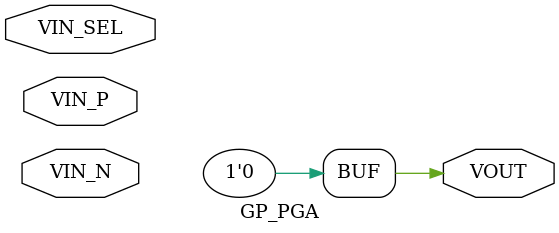
<source format=v>
module GP_PGA(input wire VIN_P, input wire VIN_N, input wire VIN_SEL, output reg VOUT);
	parameter GAIN = 1;
	parameter INPUT_MODE = "SINGLE";
	initial VOUT = 0;
endmodule
</source>
